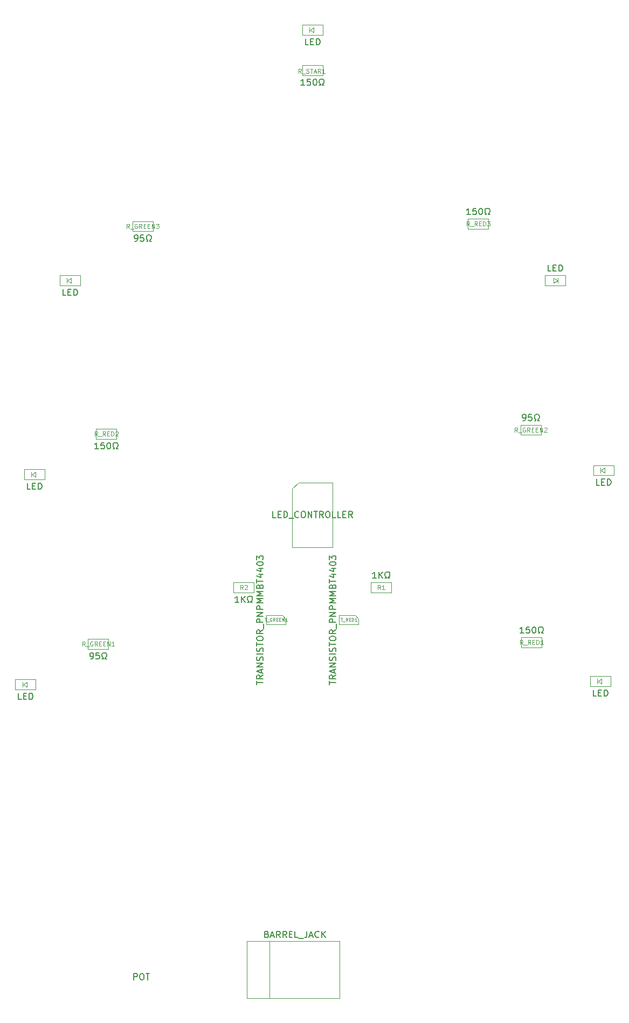
<source format=gbr>
G04 #@! TF.FileFunction,Other,Fab,Top*
%FSLAX46Y46*%
G04 Gerber Fmt 4.6, Leading zero omitted, Abs format (unit mm)*
G04 Created by KiCad (PCBNEW 4.0.6) date Monday, November 13, 2017 'PMt' 07:08:10 PM*
%MOMM*%
%LPD*%
G01*
G04 APERTURE LIST*
%ADD10C,0.100000*%
%ADD11C,0.150000*%
%ADD12C,0.105000*%
%ADD13C,0.075000*%
G04 APERTURE END LIST*
D10*
X49765000Y-128270000D02*
X50365000Y-127870000D01*
X50365000Y-127870000D02*
X50365000Y-128670000D01*
X50365000Y-128670000D02*
X49765000Y-128270000D01*
X49715000Y-127870000D02*
X49715000Y-128670000D01*
X48565000Y-129070000D02*
X48565000Y-127470000D01*
X51765000Y-129070000D02*
X48565000Y-129070000D01*
X51765000Y-127470000D02*
X51765000Y-129070000D01*
X48565000Y-127470000D02*
X51765000Y-127470000D01*
X140570000Y-94615000D02*
X141170000Y-94215000D01*
X141170000Y-94215000D02*
X141170000Y-95015000D01*
X141170000Y-95015000D02*
X140570000Y-94615000D01*
X140520000Y-94215000D02*
X140520000Y-95015000D01*
X139370000Y-95415000D02*
X139370000Y-93815000D01*
X142570000Y-95415000D02*
X139370000Y-95415000D01*
X142570000Y-93815000D02*
X142570000Y-95415000D01*
X139370000Y-93815000D02*
X142570000Y-93815000D01*
X56750000Y-64770000D02*
X57350000Y-64370000D01*
X57350000Y-64370000D02*
X57350000Y-65170000D01*
X57350000Y-65170000D02*
X56750000Y-64770000D01*
X56700000Y-64370000D02*
X56700000Y-65170000D01*
X55550000Y-65570000D02*
X55550000Y-63970000D01*
X58750000Y-65570000D02*
X55550000Y-65570000D01*
X58750000Y-63970000D02*
X58750000Y-65570000D01*
X55550000Y-63970000D02*
X58750000Y-63970000D01*
X93075000Y-96520000D02*
X98425000Y-96520000D01*
X98425000Y-96520000D02*
X98425000Y-106680000D01*
X98425000Y-106680000D02*
X92075000Y-106680000D01*
X92075000Y-106680000D02*
X92075000Y-97520000D01*
X92075000Y-97520000D02*
X93075000Y-96520000D01*
X140062000Y-127762000D02*
X140662000Y-127362000D01*
X140662000Y-127362000D02*
X140662000Y-128162000D01*
X140662000Y-128162000D02*
X140062000Y-127762000D01*
X140012000Y-127362000D02*
X140012000Y-128162000D01*
X138862000Y-128562000D02*
X138862000Y-126962000D01*
X142062000Y-128562000D02*
X138862000Y-128562000D01*
X142062000Y-126962000D02*
X142062000Y-128562000D01*
X138862000Y-126962000D02*
X142062000Y-126962000D01*
X51162000Y-95250000D02*
X51762000Y-94850000D01*
X51762000Y-94850000D02*
X51762000Y-95650000D01*
X51762000Y-95650000D02*
X51162000Y-95250000D01*
X51112000Y-94850000D02*
X51112000Y-95650000D01*
X49962000Y-96050000D02*
X49962000Y-94450000D01*
X53162000Y-96050000D02*
X49962000Y-96050000D01*
X53162000Y-94450000D02*
X53162000Y-96050000D01*
X49962000Y-94450000D02*
X53162000Y-94450000D01*
X133750000Y-64770000D02*
X133150000Y-65170000D01*
X133150000Y-65170000D02*
X133150000Y-64370000D01*
X133150000Y-64370000D02*
X133750000Y-64770000D01*
X133800000Y-65170000D02*
X133800000Y-64370000D01*
X134950000Y-63970000D02*
X134950000Y-65570000D01*
X131750000Y-63970000D02*
X134950000Y-63970000D01*
X131750000Y-65570000D02*
X131750000Y-63970000D01*
X134950000Y-65570000D02*
X131750000Y-65570000D01*
X59995000Y-122720000D02*
X59995000Y-121120000D01*
X63195000Y-122720000D02*
X59995000Y-122720000D01*
X63195000Y-121120000D02*
X63195000Y-122720000D01*
X59995000Y-121120000D02*
X63195000Y-121120000D01*
X131140000Y-87465000D02*
X131140000Y-89065000D01*
X127940000Y-87465000D02*
X131140000Y-87465000D01*
X127940000Y-89065000D02*
X127940000Y-87465000D01*
X131140000Y-89065000D02*
X127940000Y-89065000D01*
X66980000Y-57061000D02*
X66980000Y-55461000D01*
X70180000Y-57061000D02*
X66980000Y-57061000D01*
X70180000Y-55461000D02*
X70180000Y-57061000D01*
X66980000Y-55461000D02*
X70180000Y-55461000D01*
X131267000Y-120866000D02*
X131267000Y-122466000D01*
X128067000Y-120866000D02*
X131267000Y-120866000D01*
X128067000Y-122466000D02*
X128067000Y-120866000D01*
X131267000Y-122466000D02*
X128067000Y-122466000D01*
X61265000Y-89700000D02*
X61265000Y-88100000D01*
X64465000Y-89700000D02*
X61265000Y-89700000D01*
X64465000Y-88100000D02*
X64465000Y-89700000D01*
X61265000Y-88100000D02*
X64465000Y-88100000D01*
X122885000Y-55080000D02*
X122885000Y-56680000D01*
X119685000Y-55080000D02*
X122885000Y-55080000D01*
X119685000Y-56680000D02*
X119685000Y-55080000D01*
X122885000Y-56680000D02*
X119685000Y-56680000D01*
X93650000Y-32550000D02*
X93650000Y-30950000D01*
X96850000Y-32550000D02*
X93650000Y-32550000D01*
X96850000Y-30950000D02*
X96850000Y-32550000D01*
X93650000Y-30950000D02*
X96850000Y-30950000D01*
X94850000Y-25400000D02*
X95450000Y-25000000D01*
X95450000Y-25000000D02*
X95450000Y-25800000D01*
X95450000Y-25800000D02*
X94850000Y-25400000D01*
X94800000Y-25000000D02*
X94800000Y-25800000D01*
X93650000Y-26200000D02*
X93650000Y-24600000D01*
X96850000Y-26200000D02*
X93650000Y-26200000D01*
X96850000Y-24600000D02*
X96850000Y-26200000D01*
X93650000Y-24600000D02*
X96850000Y-24600000D01*
X88479000Y-168601000D02*
X88479000Y-177601000D01*
X84979000Y-168601000D02*
X84979000Y-177601000D01*
X84979000Y-177601000D02*
X99479000Y-177601000D01*
X99479000Y-177601000D02*
X99479000Y-168601000D01*
X99479000Y-168601000D02*
X84979000Y-168601000D01*
X107645000Y-112230000D02*
X107645000Y-113830000D01*
X104445000Y-112230000D02*
X107645000Y-112230000D01*
X104445000Y-113830000D02*
X104445000Y-112230000D01*
X107645000Y-113830000D02*
X104445000Y-113830000D01*
X82855000Y-113830000D02*
X82855000Y-112230000D01*
X86055000Y-113830000D02*
X82855000Y-113830000D01*
X86055000Y-112230000D02*
X86055000Y-113830000D01*
X82855000Y-112230000D02*
X86055000Y-112230000D01*
X90485000Y-117410000D02*
X88035000Y-117410000D01*
X91055000Y-117960000D02*
X91055000Y-118810000D01*
X90485000Y-117410000D02*
X91055000Y-117960000D01*
X91055000Y-118810000D02*
X88015000Y-118810000D01*
X88015000Y-117410000D02*
X88015000Y-118810000D01*
X101915000Y-117410000D02*
X99465000Y-117410000D01*
X102485000Y-117960000D02*
X102485000Y-118810000D01*
X101915000Y-117410000D02*
X102485000Y-117960000D01*
X102485000Y-118810000D02*
X99445000Y-118810000D01*
X99445000Y-117410000D02*
X99445000Y-118810000D01*
D11*
X49522143Y-130622381D02*
X49045952Y-130622381D01*
X49045952Y-129622381D01*
X49855476Y-130098571D02*
X50188810Y-130098571D01*
X50331667Y-130622381D02*
X49855476Y-130622381D01*
X49855476Y-129622381D01*
X50331667Y-129622381D01*
X50760238Y-130622381D02*
X50760238Y-129622381D01*
X50998333Y-129622381D01*
X51141191Y-129670000D01*
X51236429Y-129765238D01*
X51284048Y-129860476D01*
X51331667Y-130050952D01*
X51331667Y-130193810D01*
X51284048Y-130384286D01*
X51236429Y-130479524D01*
X51141191Y-130574762D01*
X50998333Y-130622381D01*
X50760238Y-130622381D01*
X140327143Y-96967381D02*
X139850952Y-96967381D01*
X139850952Y-95967381D01*
X140660476Y-96443571D02*
X140993810Y-96443571D01*
X141136667Y-96967381D02*
X140660476Y-96967381D01*
X140660476Y-95967381D01*
X141136667Y-95967381D01*
X141565238Y-96967381D02*
X141565238Y-95967381D01*
X141803333Y-95967381D01*
X141946191Y-96015000D01*
X142041429Y-96110238D01*
X142089048Y-96205476D01*
X142136667Y-96395952D01*
X142136667Y-96538810D01*
X142089048Y-96729286D01*
X142041429Y-96824524D01*
X141946191Y-96919762D01*
X141803333Y-96967381D01*
X141565238Y-96967381D01*
X56507143Y-67122381D02*
X56030952Y-67122381D01*
X56030952Y-66122381D01*
X56840476Y-66598571D02*
X57173810Y-66598571D01*
X57316667Y-67122381D02*
X56840476Y-67122381D01*
X56840476Y-66122381D01*
X57316667Y-66122381D01*
X57745238Y-67122381D02*
X57745238Y-66122381D01*
X57983333Y-66122381D01*
X58126191Y-66170000D01*
X58221429Y-66265238D01*
X58269048Y-66360476D01*
X58316667Y-66550952D01*
X58316667Y-66693810D01*
X58269048Y-66884286D01*
X58221429Y-66979524D01*
X58126191Y-67074762D01*
X57983333Y-67122381D01*
X57745238Y-67122381D01*
X89511905Y-102052381D02*
X89035714Y-102052381D01*
X89035714Y-101052381D01*
X89845238Y-101528571D02*
X90178572Y-101528571D01*
X90321429Y-102052381D02*
X89845238Y-102052381D01*
X89845238Y-101052381D01*
X90321429Y-101052381D01*
X90750000Y-102052381D02*
X90750000Y-101052381D01*
X90988095Y-101052381D01*
X91130953Y-101100000D01*
X91226191Y-101195238D01*
X91273810Y-101290476D01*
X91321429Y-101480952D01*
X91321429Y-101623810D01*
X91273810Y-101814286D01*
X91226191Y-101909524D01*
X91130953Y-102004762D01*
X90988095Y-102052381D01*
X90750000Y-102052381D01*
X91511905Y-102147619D02*
X92273810Y-102147619D01*
X93083334Y-101957143D02*
X93035715Y-102004762D01*
X92892858Y-102052381D01*
X92797620Y-102052381D01*
X92654762Y-102004762D01*
X92559524Y-101909524D01*
X92511905Y-101814286D01*
X92464286Y-101623810D01*
X92464286Y-101480952D01*
X92511905Y-101290476D01*
X92559524Y-101195238D01*
X92654762Y-101100000D01*
X92797620Y-101052381D01*
X92892858Y-101052381D01*
X93035715Y-101100000D01*
X93083334Y-101147619D01*
X93702381Y-101052381D02*
X93892858Y-101052381D01*
X93988096Y-101100000D01*
X94083334Y-101195238D01*
X94130953Y-101385714D01*
X94130953Y-101719048D01*
X94083334Y-101909524D01*
X93988096Y-102004762D01*
X93892858Y-102052381D01*
X93702381Y-102052381D01*
X93607143Y-102004762D01*
X93511905Y-101909524D01*
X93464286Y-101719048D01*
X93464286Y-101385714D01*
X93511905Y-101195238D01*
X93607143Y-101100000D01*
X93702381Y-101052381D01*
X94559524Y-102052381D02*
X94559524Y-101052381D01*
X95130953Y-102052381D01*
X95130953Y-101052381D01*
X95464286Y-101052381D02*
X96035715Y-101052381D01*
X95750000Y-102052381D02*
X95750000Y-101052381D01*
X96940477Y-102052381D02*
X96607143Y-101576190D01*
X96369048Y-102052381D02*
X96369048Y-101052381D01*
X96750001Y-101052381D01*
X96845239Y-101100000D01*
X96892858Y-101147619D01*
X96940477Y-101242857D01*
X96940477Y-101385714D01*
X96892858Y-101480952D01*
X96845239Y-101528571D01*
X96750001Y-101576190D01*
X96369048Y-101576190D01*
X97559524Y-101052381D02*
X97750001Y-101052381D01*
X97845239Y-101100000D01*
X97940477Y-101195238D01*
X97988096Y-101385714D01*
X97988096Y-101719048D01*
X97940477Y-101909524D01*
X97845239Y-102004762D01*
X97750001Y-102052381D01*
X97559524Y-102052381D01*
X97464286Y-102004762D01*
X97369048Y-101909524D01*
X97321429Y-101719048D01*
X97321429Y-101385714D01*
X97369048Y-101195238D01*
X97464286Y-101100000D01*
X97559524Y-101052381D01*
X98892858Y-102052381D02*
X98416667Y-102052381D01*
X98416667Y-101052381D01*
X99702382Y-102052381D02*
X99226191Y-102052381D01*
X99226191Y-101052381D01*
X100035715Y-101528571D02*
X100369049Y-101528571D01*
X100511906Y-102052381D02*
X100035715Y-102052381D01*
X100035715Y-101052381D01*
X100511906Y-101052381D01*
X101511906Y-102052381D02*
X101178572Y-101576190D01*
X100940477Y-102052381D02*
X100940477Y-101052381D01*
X101321430Y-101052381D01*
X101416668Y-101100000D01*
X101464287Y-101147619D01*
X101511906Y-101242857D01*
X101511906Y-101385714D01*
X101464287Y-101480952D01*
X101416668Y-101528571D01*
X101321430Y-101576190D01*
X100940477Y-101576190D01*
X139819143Y-130114381D02*
X139342952Y-130114381D01*
X139342952Y-129114381D01*
X140152476Y-129590571D02*
X140485810Y-129590571D01*
X140628667Y-130114381D02*
X140152476Y-130114381D01*
X140152476Y-129114381D01*
X140628667Y-129114381D01*
X141057238Y-130114381D02*
X141057238Y-129114381D01*
X141295333Y-129114381D01*
X141438191Y-129162000D01*
X141533429Y-129257238D01*
X141581048Y-129352476D01*
X141628667Y-129542952D01*
X141628667Y-129685810D01*
X141581048Y-129876286D01*
X141533429Y-129971524D01*
X141438191Y-130066762D01*
X141295333Y-130114381D01*
X141057238Y-130114381D01*
X50919143Y-97602381D02*
X50442952Y-97602381D01*
X50442952Y-96602381D01*
X51252476Y-97078571D02*
X51585810Y-97078571D01*
X51728667Y-97602381D02*
X51252476Y-97602381D01*
X51252476Y-96602381D01*
X51728667Y-96602381D01*
X52157238Y-97602381D02*
X52157238Y-96602381D01*
X52395333Y-96602381D01*
X52538191Y-96650000D01*
X52633429Y-96745238D01*
X52681048Y-96840476D01*
X52728667Y-97030952D01*
X52728667Y-97173810D01*
X52681048Y-97364286D01*
X52633429Y-97459524D01*
X52538191Y-97554762D01*
X52395333Y-97602381D01*
X52157238Y-97602381D01*
X132707143Y-63322381D02*
X132230952Y-63322381D01*
X132230952Y-62322381D01*
X133040476Y-62798571D02*
X133373810Y-62798571D01*
X133516667Y-63322381D02*
X133040476Y-63322381D01*
X133040476Y-62322381D01*
X133516667Y-62322381D01*
X133945238Y-63322381D02*
X133945238Y-62322381D01*
X134183333Y-62322381D01*
X134326191Y-62370000D01*
X134421429Y-62465238D01*
X134469048Y-62560476D01*
X134516667Y-62750952D01*
X134516667Y-62893810D01*
X134469048Y-63084286D01*
X134421429Y-63179524D01*
X134326191Y-63274762D01*
X134183333Y-63322381D01*
X133945238Y-63322381D01*
X60356905Y-124272381D02*
X60547381Y-124272381D01*
X60642620Y-124224762D01*
X60690239Y-124177143D01*
X60785477Y-124034286D01*
X60833096Y-123843810D01*
X60833096Y-123462857D01*
X60785477Y-123367619D01*
X60737858Y-123320000D01*
X60642620Y-123272381D01*
X60452143Y-123272381D01*
X60356905Y-123320000D01*
X60309286Y-123367619D01*
X60261667Y-123462857D01*
X60261667Y-123700952D01*
X60309286Y-123796190D01*
X60356905Y-123843810D01*
X60452143Y-123891429D01*
X60642620Y-123891429D01*
X60737858Y-123843810D01*
X60785477Y-123796190D01*
X60833096Y-123700952D01*
X61737858Y-123272381D02*
X61261667Y-123272381D01*
X61214048Y-123748571D01*
X61261667Y-123700952D01*
X61356905Y-123653333D01*
X61595001Y-123653333D01*
X61690239Y-123700952D01*
X61737858Y-123748571D01*
X61785477Y-123843810D01*
X61785477Y-124081905D01*
X61737858Y-124177143D01*
X61690239Y-124224762D01*
X61595001Y-124272381D01*
X61356905Y-124272381D01*
X61261667Y-124224762D01*
X61214048Y-124177143D01*
X62166429Y-124272381D02*
X62404524Y-124272381D01*
X62404524Y-124081905D01*
X62309286Y-124034286D01*
X62214048Y-123939048D01*
X62166429Y-123796190D01*
X62166429Y-123558095D01*
X62214048Y-123415238D01*
X62309286Y-123320000D01*
X62452143Y-123272381D01*
X62642620Y-123272381D01*
X62785477Y-123320000D01*
X62880715Y-123415238D01*
X62928334Y-123558095D01*
X62928334Y-123796190D01*
X62880715Y-123939048D01*
X62785477Y-124034286D01*
X62690239Y-124081905D01*
X62690239Y-124272381D01*
X62928334Y-124272381D01*
D12*
X59511668Y-122236667D02*
X59278334Y-121903333D01*
X59111668Y-122236667D02*
X59111668Y-121536667D01*
X59378334Y-121536667D01*
X59445001Y-121570000D01*
X59478334Y-121603333D01*
X59511668Y-121670000D01*
X59511668Y-121770000D01*
X59478334Y-121836667D01*
X59445001Y-121870000D01*
X59378334Y-121903333D01*
X59111668Y-121903333D01*
X59645001Y-122303333D02*
X60178334Y-122303333D01*
X60711667Y-121570000D02*
X60645001Y-121536667D01*
X60545001Y-121536667D01*
X60445001Y-121570000D01*
X60378334Y-121636667D01*
X60345001Y-121703333D01*
X60311667Y-121836667D01*
X60311667Y-121936667D01*
X60345001Y-122070000D01*
X60378334Y-122136667D01*
X60445001Y-122203333D01*
X60545001Y-122236667D01*
X60611667Y-122236667D01*
X60711667Y-122203333D01*
X60745001Y-122170000D01*
X60745001Y-121936667D01*
X60611667Y-121936667D01*
X61445001Y-122236667D02*
X61211667Y-121903333D01*
X61045001Y-122236667D02*
X61045001Y-121536667D01*
X61311667Y-121536667D01*
X61378334Y-121570000D01*
X61411667Y-121603333D01*
X61445001Y-121670000D01*
X61445001Y-121770000D01*
X61411667Y-121836667D01*
X61378334Y-121870000D01*
X61311667Y-121903333D01*
X61045001Y-121903333D01*
X61745001Y-121870000D02*
X61978334Y-121870000D01*
X62078334Y-122236667D02*
X61745001Y-122236667D01*
X61745001Y-121536667D01*
X62078334Y-121536667D01*
X62378334Y-121870000D02*
X62611667Y-121870000D01*
X62711667Y-122236667D02*
X62378334Y-122236667D01*
X62378334Y-121536667D01*
X62711667Y-121536667D01*
X63011667Y-122236667D02*
X63011667Y-121536667D01*
X63411667Y-122236667D01*
X63411667Y-121536667D01*
X64111666Y-122236667D02*
X63711666Y-122236667D01*
X63911666Y-122236667D02*
X63911666Y-121536667D01*
X63845000Y-121636667D01*
X63778333Y-121703333D01*
X63711666Y-121736667D01*
D11*
X128301905Y-86817381D02*
X128492381Y-86817381D01*
X128587620Y-86769762D01*
X128635239Y-86722143D01*
X128730477Y-86579286D01*
X128778096Y-86388810D01*
X128778096Y-86007857D01*
X128730477Y-85912619D01*
X128682858Y-85865000D01*
X128587620Y-85817381D01*
X128397143Y-85817381D01*
X128301905Y-85865000D01*
X128254286Y-85912619D01*
X128206667Y-86007857D01*
X128206667Y-86245952D01*
X128254286Y-86341190D01*
X128301905Y-86388810D01*
X128397143Y-86436429D01*
X128587620Y-86436429D01*
X128682858Y-86388810D01*
X128730477Y-86341190D01*
X128778096Y-86245952D01*
X129682858Y-85817381D02*
X129206667Y-85817381D01*
X129159048Y-86293571D01*
X129206667Y-86245952D01*
X129301905Y-86198333D01*
X129540001Y-86198333D01*
X129635239Y-86245952D01*
X129682858Y-86293571D01*
X129730477Y-86388810D01*
X129730477Y-86626905D01*
X129682858Y-86722143D01*
X129635239Y-86769762D01*
X129540001Y-86817381D01*
X129301905Y-86817381D01*
X129206667Y-86769762D01*
X129159048Y-86722143D01*
X130111429Y-86817381D02*
X130349524Y-86817381D01*
X130349524Y-86626905D01*
X130254286Y-86579286D01*
X130159048Y-86484048D01*
X130111429Y-86341190D01*
X130111429Y-86103095D01*
X130159048Y-85960238D01*
X130254286Y-85865000D01*
X130397143Y-85817381D01*
X130587620Y-85817381D01*
X130730477Y-85865000D01*
X130825715Y-85960238D01*
X130873334Y-86103095D01*
X130873334Y-86341190D01*
X130825715Y-86484048D01*
X130730477Y-86579286D01*
X130635239Y-86626905D01*
X130635239Y-86817381D01*
X130873334Y-86817381D01*
D12*
X127456668Y-88581667D02*
X127223334Y-88248333D01*
X127056668Y-88581667D02*
X127056668Y-87881667D01*
X127323334Y-87881667D01*
X127390001Y-87915000D01*
X127423334Y-87948333D01*
X127456668Y-88015000D01*
X127456668Y-88115000D01*
X127423334Y-88181667D01*
X127390001Y-88215000D01*
X127323334Y-88248333D01*
X127056668Y-88248333D01*
X127590001Y-88648333D02*
X128123334Y-88648333D01*
X128656667Y-87915000D02*
X128590001Y-87881667D01*
X128490001Y-87881667D01*
X128390001Y-87915000D01*
X128323334Y-87981667D01*
X128290001Y-88048333D01*
X128256667Y-88181667D01*
X128256667Y-88281667D01*
X128290001Y-88415000D01*
X128323334Y-88481667D01*
X128390001Y-88548333D01*
X128490001Y-88581667D01*
X128556667Y-88581667D01*
X128656667Y-88548333D01*
X128690001Y-88515000D01*
X128690001Y-88281667D01*
X128556667Y-88281667D01*
X129390001Y-88581667D02*
X129156667Y-88248333D01*
X128990001Y-88581667D02*
X128990001Y-87881667D01*
X129256667Y-87881667D01*
X129323334Y-87915000D01*
X129356667Y-87948333D01*
X129390001Y-88015000D01*
X129390001Y-88115000D01*
X129356667Y-88181667D01*
X129323334Y-88215000D01*
X129256667Y-88248333D01*
X128990001Y-88248333D01*
X129690001Y-88215000D02*
X129923334Y-88215000D01*
X130023334Y-88581667D02*
X129690001Y-88581667D01*
X129690001Y-87881667D01*
X130023334Y-87881667D01*
X130323334Y-88215000D02*
X130556667Y-88215000D01*
X130656667Y-88581667D02*
X130323334Y-88581667D01*
X130323334Y-87881667D01*
X130656667Y-87881667D01*
X130956667Y-88581667D02*
X130956667Y-87881667D01*
X131356667Y-88581667D01*
X131356667Y-87881667D01*
X131656666Y-87948333D02*
X131690000Y-87915000D01*
X131756666Y-87881667D01*
X131923333Y-87881667D01*
X131990000Y-87915000D01*
X132023333Y-87948333D01*
X132056666Y-88015000D01*
X132056666Y-88081667D01*
X132023333Y-88181667D01*
X131623333Y-88581667D01*
X132056666Y-88581667D01*
D11*
X67341905Y-58613381D02*
X67532381Y-58613381D01*
X67627620Y-58565762D01*
X67675239Y-58518143D01*
X67770477Y-58375286D01*
X67818096Y-58184810D01*
X67818096Y-57803857D01*
X67770477Y-57708619D01*
X67722858Y-57661000D01*
X67627620Y-57613381D01*
X67437143Y-57613381D01*
X67341905Y-57661000D01*
X67294286Y-57708619D01*
X67246667Y-57803857D01*
X67246667Y-58041952D01*
X67294286Y-58137190D01*
X67341905Y-58184810D01*
X67437143Y-58232429D01*
X67627620Y-58232429D01*
X67722858Y-58184810D01*
X67770477Y-58137190D01*
X67818096Y-58041952D01*
X68722858Y-57613381D02*
X68246667Y-57613381D01*
X68199048Y-58089571D01*
X68246667Y-58041952D01*
X68341905Y-57994333D01*
X68580001Y-57994333D01*
X68675239Y-58041952D01*
X68722858Y-58089571D01*
X68770477Y-58184810D01*
X68770477Y-58422905D01*
X68722858Y-58518143D01*
X68675239Y-58565762D01*
X68580001Y-58613381D01*
X68341905Y-58613381D01*
X68246667Y-58565762D01*
X68199048Y-58518143D01*
X69151429Y-58613381D02*
X69389524Y-58613381D01*
X69389524Y-58422905D01*
X69294286Y-58375286D01*
X69199048Y-58280048D01*
X69151429Y-58137190D01*
X69151429Y-57899095D01*
X69199048Y-57756238D01*
X69294286Y-57661000D01*
X69437143Y-57613381D01*
X69627620Y-57613381D01*
X69770477Y-57661000D01*
X69865715Y-57756238D01*
X69913334Y-57899095D01*
X69913334Y-58137190D01*
X69865715Y-58280048D01*
X69770477Y-58375286D01*
X69675239Y-58422905D01*
X69675239Y-58613381D01*
X69913334Y-58613381D01*
D12*
X66496668Y-56577667D02*
X66263334Y-56244333D01*
X66096668Y-56577667D02*
X66096668Y-55877667D01*
X66363334Y-55877667D01*
X66430001Y-55911000D01*
X66463334Y-55944333D01*
X66496668Y-56011000D01*
X66496668Y-56111000D01*
X66463334Y-56177667D01*
X66430001Y-56211000D01*
X66363334Y-56244333D01*
X66096668Y-56244333D01*
X66630001Y-56644333D02*
X67163334Y-56644333D01*
X67696667Y-55911000D02*
X67630001Y-55877667D01*
X67530001Y-55877667D01*
X67430001Y-55911000D01*
X67363334Y-55977667D01*
X67330001Y-56044333D01*
X67296667Y-56177667D01*
X67296667Y-56277667D01*
X67330001Y-56411000D01*
X67363334Y-56477667D01*
X67430001Y-56544333D01*
X67530001Y-56577667D01*
X67596667Y-56577667D01*
X67696667Y-56544333D01*
X67730001Y-56511000D01*
X67730001Y-56277667D01*
X67596667Y-56277667D01*
X68430001Y-56577667D02*
X68196667Y-56244333D01*
X68030001Y-56577667D02*
X68030001Y-55877667D01*
X68296667Y-55877667D01*
X68363334Y-55911000D01*
X68396667Y-55944333D01*
X68430001Y-56011000D01*
X68430001Y-56111000D01*
X68396667Y-56177667D01*
X68363334Y-56211000D01*
X68296667Y-56244333D01*
X68030001Y-56244333D01*
X68730001Y-56211000D02*
X68963334Y-56211000D01*
X69063334Y-56577667D02*
X68730001Y-56577667D01*
X68730001Y-55877667D01*
X69063334Y-55877667D01*
X69363334Y-56211000D02*
X69596667Y-56211000D01*
X69696667Y-56577667D02*
X69363334Y-56577667D01*
X69363334Y-55877667D01*
X69696667Y-55877667D01*
X69996667Y-56577667D02*
X69996667Y-55877667D01*
X70396667Y-56577667D01*
X70396667Y-55877667D01*
X70663333Y-55877667D02*
X71096666Y-55877667D01*
X70863333Y-56144333D01*
X70963333Y-56144333D01*
X71030000Y-56177667D01*
X71063333Y-56211000D01*
X71096666Y-56277667D01*
X71096666Y-56444333D01*
X71063333Y-56511000D01*
X71030000Y-56544333D01*
X70963333Y-56577667D01*
X70763333Y-56577667D01*
X70696666Y-56544333D01*
X70663333Y-56511000D01*
D11*
X128428905Y-120218381D02*
X127857476Y-120218381D01*
X128143190Y-120218381D02*
X128143190Y-119218381D01*
X128047952Y-119361238D01*
X127952714Y-119456476D01*
X127857476Y-119504095D01*
X129333667Y-119218381D02*
X128857476Y-119218381D01*
X128809857Y-119694571D01*
X128857476Y-119646952D01*
X128952714Y-119599333D01*
X129190810Y-119599333D01*
X129286048Y-119646952D01*
X129333667Y-119694571D01*
X129381286Y-119789810D01*
X129381286Y-120027905D01*
X129333667Y-120123143D01*
X129286048Y-120170762D01*
X129190810Y-120218381D01*
X128952714Y-120218381D01*
X128857476Y-120170762D01*
X128809857Y-120123143D01*
X130000333Y-119218381D02*
X130095572Y-119218381D01*
X130190810Y-119266000D01*
X130238429Y-119313619D01*
X130286048Y-119408857D01*
X130333667Y-119599333D01*
X130333667Y-119837429D01*
X130286048Y-120027905D01*
X130238429Y-120123143D01*
X130190810Y-120170762D01*
X130095572Y-120218381D01*
X130000333Y-120218381D01*
X129905095Y-120170762D01*
X129857476Y-120123143D01*
X129809857Y-120027905D01*
X129762238Y-119837429D01*
X129762238Y-119599333D01*
X129809857Y-119408857D01*
X129857476Y-119313619D01*
X129905095Y-119266000D01*
X130000333Y-119218381D01*
X130714619Y-120218381D02*
X130952714Y-120218381D01*
X130952714Y-120027905D01*
X130857476Y-119980286D01*
X130762238Y-119885048D01*
X130714619Y-119742190D01*
X130714619Y-119504095D01*
X130762238Y-119361238D01*
X130857476Y-119266000D01*
X131000333Y-119218381D01*
X131190810Y-119218381D01*
X131333667Y-119266000D01*
X131428905Y-119361238D01*
X131476524Y-119504095D01*
X131476524Y-119742190D01*
X131428905Y-119885048D01*
X131333667Y-119980286D01*
X131238429Y-120027905D01*
X131238429Y-120218381D01*
X131476524Y-120218381D01*
D12*
X128267001Y-121982667D02*
X128033667Y-121649333D01*
X127867001Y-121982667D02*
X127867001Y-121282667D01*
X128133667Y-121282667D01*
X128200334Y-121316000D01*
X128233667Y-121349333D01*
X128267001Y-121416000D01*
X128267001Y-121516000D01*
X128233667Y-121582667D01*
X128200334Y-121616000D01*
X128133667Y-121649333D01*
X127867001Y-121649333D01*
X128400334Y-122049333D02*
X128933667Y-122049333D01*
X129500334Y-121982667D02*
X129267000Y-121649333D01*
X129100334Y-121982667D02*
X129100334Y-121282667D01*
X129367000Y-121282667D01*
X129433667Y-121316000D01*
X129467000Y-121349333D01*
X129500334Y-121416000D01*
X129500334Y-121516000D01*
X129467000Y-121582667D01*
X129433667Y-121616000D01*
X129367000Y-121649333D01*
X129100334Y-121649333D01*
X129800334Y-121616000D02*
X130033667Y-121616000D01*
X130133667Y-121982667D02*
X129800334Y-121982667D01*
X129800334Y-121282667D01*
X130133667Y-121282667D01*
X130433667Y-121982667D02*
X130433667Y-121282667D01*
X130600333Y-121282667D01*
X130700333Y-121316000D01*
X130767000Y-121382667D01*
X130800333Y-121449333D01*
X130833667Y-121582667D01*
X130833667Y-121682667D01*
X130800333Y-121816000D01*
X130767000Y-121882667D01*
X130700333Y-121949333D01*
X130600333Y-121982667D01*
X130433667Y-121982667D01*
X131500333Y-121982667D02*
X131100333Y-121982667D01*
X131300333Y-121982667D02*
X131300333Y-121282667D01*
X131233667Y-121382667D01*
X131167000Y-121449333D01*
X131100333Y-121482667D01*
D11*
X61626905Y-91252381D02*
X61055476Y-91252381D01*
X61341190Y-91252381D02*
X61341190Y-90252381D01*
X61245952Y-90395238D01*
X61150714Y-90490476D01*
X61055476Y-90538095D01*
X62531667Y-90252381D02*
X62055476Y-90252381D01*
X62007857Y-90728571D01*
X62055476Y-90680952D01*
X62150714Y-90633333D01*
X62388810Y-90633333D01*
X62484048Y-90680952D01*
X62531667Y-90728571D01*
X62579286Y-90823810D01*
X62579286Y-91061905D01*
X62531667Y-91157143D01*
X62484048Y-91204762D01*
X62388810Y-91252381D01*
X62150714Y-91252381D01*
X62055476Y-91204762D01*
X62007857Y-91157143D01*
X63198333Y-90252381D02*
X63293572Y-90252381D01*
X63388810Y-90300000D01*
X63436429Y-90347619D01*
X63484048Y-90442857D01*
X63531667Y-90633333D01*
X63531667Y-90871429D01*
X63484048Y-91061905D01*
X63436429Y-91157143D01*
X63388810Y-91204762D01*
X63293572Y-91252381D01*
X63198333Y-91252381D01*
X63103095Y-91204762D01*
X63055476Y-91157143D01*
X63007857Y-91061905D01*
X62960238Y-90871429D01*
X62960238Y-90633333D01*
X63007857Y-90442857D01*
X63055476Y-90347619D01*
X63103095Y-90300000D01*
X63198333Y-90252381D01*
X63912619Y-91252381D02*
X64150714Y-91252381D01*
X64150714Y-91061905D01*
X64055476Y-91014286D01*
X63960238Y-90919048D01*
X63912619Y-90776190D01*
X63912619Y-90538095D01*
X63960238Y-90395238D01*
X64055476Y-90300000D01*
X64198333Y-90252381D01*
X64388810Y-90252381D01*
X64531667Y-90300000D01*
X64626905Y-90395238D01*
X64674524Y-90538095D01*
X64674524Y-90776190D01*
X64626905Y-90919048D01*
X64531667Y-91014286D01*
X64436429Y-91061905D01*
X64436429Y-91252381D01*
X64674524Y-91252381D01*
D12*
X61465001Y-89216667D02*
X61231667Y-88883333D01*
X61065001Y-89216667D02*
X61065001Y-88516667D01*
X61331667Y-88516667D01*
X61398334Y-88550000D01*
X61431667Y-88583333D01*
X61465001Y-88650000D01*
X61465001Y-88750000D01*
X61431667Y-88816667D01*
X61398334Y-88850000D01*
X61331667Y-88883333D01*
X61065001Y-88883333D01*
X61598334Y-89283333D02*
X62131667Y-89283333D01*
X62698334Y-89216667D02*
X62465000Y-88883333D01*
X62298334Y-89216667D02*
X62298334Y-88516667D01*
X62565000Y-88516667D01*
X62631667Y-88550000D01*
X62665000Y-88583333D01*
X62698334Y-88650000D01*
X62698334Y-88750000D01*
X62665000Y-88816667D01*
X62631667Y-88850000D01*
X62565000Y-88883333D01*
X62298334Y-88883333D01*
X62998334Y-88850000D02*
X63231667Y-88850000D01*
X63331667Y-89216667D02*
X62998334Y-89216667D01*
X62998334Y-88516667D01*
X63331667Y-88516667D01*
X63631667Y-89216667D02*
X63631667Y-88516667D01*
X63798333Y-88516667D01*
X63898333Y-88550000D01*
X63965000Y-88616667D01*
X63998333Y-88683333D01*
X64031667Y-88816667D01*
X64031667Y-88916667D01*
X63998333Y-89050000D01*
X63965000Y-89116667D01*
X63898333Y-89183333D01*
X63798333Y-89216667D01*
X63631667Y-89216667D01*
X64298333Y-88583333D02*
X64331667Y-88550000D01*
X64398333Y-88516667D01*
X64565000Y-88516667D01*
X64631667Y-88550000D01*
X64665000Y-88583333D01*
X64698333Y-88650000D01*
X64698333Y-88716667D01*
X64665000Y-88816667D01*
X64265000Y-89216667D01*
X64698333Y-89216667D01*
D11*
X120046905Y-54432381D02*
X119475476Y-54432381D01*
X119761190Y-54432381D02*
X119761190Y-53432381D01*
X119665952Y-53575238D01*
X119570714Y-53670476D01*
X119475476Y-53718095D01*
X120951667Y-53432381D02*
X120475476Y-53432381D01*
X120427857Y-53908571D01*
X120475476Y-53860952D01*
X120570714Y-53813333D01*
X120808810Y-53813333D01*
X120904048Y-53860952D01*
X120951667Y-53908571D01*
X120999286Y-54003810D01*
X120999286Y-54241905D01*
X120951667Y-54337143D01*
X120904048Y-54384762D01*
X120808810Y-54432381D01*
X120570714Y-54432381D01*
X120475476Y-54384762D01*
X120427857Y-54337143D01*
X121618333Y-53432381D02*
X121713572Y-53432381D01*
X121808810Y-53480000D01*
X121856429Y-53527619D01*
X121904048Y-53622857D01*
X121951667Y-53813333D01*
X121951667Y-54051429D01*
X121904048Y-54241905D01*
X121856429Y-54337143D01*
X121808810Y-54384762D01*
X121713572Y-54432381D01*
X121618333Y-54432381D01*
X121523095Y-54384762D01*
X121475476Y-54337143D01*
X121427857Y-54241905D01*
X121380238Y-54051429D01*
X121380238Y-53813333D01*
X121427857Y-53622857D01*
X121475476Y-53527619D01*
X121523095Y-53480000D01*
X121618333Y-53432381D01*
X122332619Y-54432381D02*
X122570714Y-54432381D01*
X122570714Y-54241905D01*
X122475476Y-54194286D01*
X122380238Y-54099048D01*
X122332619Y-53956190D01*
X122332619Y-53718095D01*
X122380238Y-53575238D01*
X122475476Y-53480000D01*
X122618333Y-53432381D01*
X122808810Y-53432381D01*
X122951667Y-53480000D01*
X123046905Y-53575238D01*
X123094524Y-53718095D01*
X123094524Y-53956190D01*
X123046905Y-54099048D01*
X122951667Y-54194286D01*
X122856429Y-54241905D01*
X122856429Y-54432381D01*
X123094524Y-54432381D01*
D12*
X119885001Y-56196667D02*
X119651667Y-55863333D01*
X119485001Y-56196667D02*
X119485001Y-55496667D01*
X119751667Y-55496667D01*
X119818334Y-55530000D01*
X119851667Y-55563333D01*
X119885001Y-55630000D01*
X119885001Y-55730000D01*
X119851667Y-55796667D01*
X119818334Y-55830000D01*
X119751667Y-55863333D01*
X119485001Y-55863333D01*
X120018334Y-56263333D02*
X120551667Y-56263333D01*
X121118334Y-56196667D02*
X120885000Y-55863333D01*
X120718334Y-56196667D02*
X120718334Y-55496667D01*
X120985000Y-55496667D01*
X121051667Y-55530000D01*
X121085000Y-55563333D01*
X121118334Y-55630000D01*
X121118334Y-55730000D01*
X121085000Y-55796667D01*
X121051667Y-55830000D01*
X120985000Y-55863333D01*
X120718334Y-55863333D01*
X121418334Y-55830000D02*
X121651667Y-55830000D01*
X121751667Y-56196667D02*
X121418334Y-56196667D01*
X121418334Y-55496667D01*
X121751667Y-55496667D01*
X122051667Y-56196667D02*
X122051667Y-55496667D01*
X122218333Y-55496667D01*
X122318333Y-55530000D01*
X122385000Y-55596667D01*
X122418333Y-55663333D01*
X122451667Y-55796667D01*
X122451667Y-55896667D01*
X122418333Y-56030000D01*
X122385000Y-56096667D01*
X122318333Y-56163333D01*
X122218333Y-56196667D01*
X122051667Y-56196667D01*
X122685000Y-55496667D02*
X123118333Y-55496667D01*
X122885000Y-55763333D01*
X122985000Y-55763333D01*
X123051667Y-55796667D01*
X123085000Y-55830000D01*
X123118333Y-55896667D01*
X123118333Y-56063333D01*
X123085000Y-56130000D01*
X123051667Y-56163333D01*
X122985000Y-56196667D01*
X122785000Y-56196667D01*
X122718333Y-56163333D01*
X122685000Y-56130000D01*
D11*
X94011905Y-34102381D02*
X93440476Y-34102381D01*
X93726190Y-34102381D02*
X93726190Y-33102381D01*
X93630952Y-33245238D01*
X93535714Y-33340476D01*
X93440476Y-33388095D01*
X94916667Y-33102381D02*
X94440476Y-33102381D01*
X94392857Y-33578571D01*
X94440476Y-33530952D01*
X94535714Y-33483333D01*
X94773810Y-33483333D01*
X94869048Y-33530952D01*
X94916667Y-33578571D01*
X94964286Y-33673810D01*
X94964286Y-33911905D01*
X94916667Y-34007143D01*
X94869048Y-34054762D01*
X94773810Y-34102381D01*
X94535714Y-34102381D01*
X94440476Y-34054762D01*
X94392857Y-34007143D01*
X95583333Y-33102381D02*
X95678572Y-33102381D01*
X95773810Y-33150000D01*
X95821429Y-33197619D01*
X95869048Y-33292857D01*
X95916667Y-33483333D01*
X95916667Y-33721429D01*
X95869048Y-33911905D01*
X95821429Y-34007143D01*
X95773810Y-34054762D01*
X95678572Y-34102381D01*
X95583333Y-34102381D01*
X95488095Y-34054762D01*
X95440476Y-34007143D01*
X95392857Y-33911905D01*
X95345238Y-33721429D01*
X95345238Y-33483333D01*
X95392857Y-33292857D01*
X95440476Y-33197619D01*
X95488095Y-33150000D01*
X95583333Y-33102381D01*
X96297619Y-34102381D02*
X96535714Y-34102381D01*
X96535714Y-33911905D01*
X96440476Y-33864286D01*
X96345238Y-33769048D01*
X96297619Y-33626190D01*
X96297619Y-33388095D01*
X96345238Y-33245238D01*
X96440476Y-33150000D01*
X96583333Y-33102381D01*
X96773810Y-33102381D01*
X96916667Y-33150000D01*
X97011905Y-33245238D01*
X97059524Y-33388095D01*
X97059524Y-33626190D01*
X97011905Y-33769048D01*
X96916667Y-33864286D01*
X96821429Y-33911905D01*
X96821429Y-34102381D01*
X97059524Y-34102381D01*
D12*
X93489667Y-32193667D02*
X93256333Y-31860333D01*
X93089667Y-32193667D02*
X93089667Y-31493667D01*
X93356333Y-31493667D01*
X93423000Y-31527000D01*
X93456333Y-31560333D01*
X93489667Y-31627000D01*
X93489667Y-31727000D01*
X93456333Y-31793667D01*
X93423000Y-31827000D01*
X93356333Y-31860333D01*
X93089667Y-31860333D01*
X93623000Y-32260333D02*
X94156333Y-32260333D01*
X94289666Y-32160333D02*
X94389666Y-32193667D01*
X94556333Y-32193667D01*
X94623000Y-32160333D01*
X94656333Y-32127000D01*
X94689666Y-32060333D01*
X94689666Y-31993667D01*
X94656333Y-31927000D01*
X94623000Y-31893667D01*
X94556333Y-31860333D01*
X94423000Y-31827000D01*
X94356333Y-31793667D01*
X94323000Y-31760333D01*
X94289666Y-31693667D01*
X94289666Y-31627000D01*
X94323000Y-31560333D01*
X94356333Y-31527000D01*
X94423000Y-31493667D01*
X94589666Y-31493667D01*
X94689666Y-31527000D01*
X94889667Y-31493667D02*
X95289667Y-31493667D01*
X95089667Y-32193667D02*
X95089667Y-31493667D01*
X95489666Y-31993667D02*
X95823000Y-31993667D01*
X95423000Y-32193667D02*
X95656333Y-31493667D01*
X95889666Y-32193667D01*
X96523000Y-32193667D02*
X96289666Y-31860333D01*
X96123000Y-32193667D02*
X96123000Y-31493667D01*
X96389666Y-31493667D01*
X96456333Y-31527000D01*
X96489666Y-31560333D01*
X96523000Y-31627000D01*
X96523000Y-31727000D01*
X96489666Y-31793667D01*
X96456333Y-31827000D01*
X96389666Y-31860333D01*
X96123000Y-31860333D01*
X97189666Y-32193667D02*
X96789666Y-32193667D01*
X96989666Y-32193667D02*
X96989666Y-31493667D01*
X96923000Y-31593667D01*
X96856333Y-31660333D01*
X96789666Y-31693667D01*
D11*
X67159333Y-174696381D02*
X67159333Y-173696381D01*
X67540286Y-173696381D01*
X67635524Y-173744000D01*
X67683143Y-173791619D01*
X67730762Y-173886857D01*
X67730762Y-174029714D01*
X67683143Y-174124952D01*
X67635524Y-174172571D01*
X67540286Y-174220190D01*
X67159333Y-174220190D01*
X68349809Y-173696381D02*
X68540286Y-173696381D01*
X68635524Y-173744000D01*
X68730762Y-173839238D01*
X68778381Y-174029714D01*
X68778381Y-174363048D01*
X68730762Y-174553524D01*
X68635524Y-174648762D01*
X68540286Y-174696381D01*
X68349809Y-174696381D01*
X68254571Y-174648762D01*
X68159333Y-174553524D01*
X68111714Y-174363048D01*
X68111714Y-174029714D01*
X68159333Y-173839238D01*
X68254571Y-173744000D01*
X68349809Y-173696381D01*
X69064095Y-173696381D02*
X69635524Y-173696381D01*
X69349809Y-174696381D02*
X69349809Y-173696381D01*
X94607143Y-27752381D02*
X94130952Y-27752381D01*
X94130952Y-26752381D01*
X94940476Y-27228571D02*
X95273810Y-27228571D01*
X95416667Y-27752381D02*
X94940476Y-27752381D01*
X94940476Y-26752381D01*
X95416667Y-26752381D01*
X95845238Y-27752381D02*
X95845238Y-26752381D01*
X96083333Y-26752381D01*
X96226191Y-26800000D01*
X96321429Y-26895238D01*
X96369048Y-26990476D01*
X96416667Y-27180952D01*
X96416667Y-27323810D01*
X96369048Y-27514286D01*
X96321429Y-27609524D01*
X96226191Y-27704762D01*
X96083333Y-27752381D01*
X95845238Y-27752381D01*
X88074238Y-167529571D02*
X88217095Y-167577190D01*
X88264714Y-167624810D01*
X88312333Y-167720048D01*
X88312333Y-167862905D01*
X88264714Y-167958143D01*
X88217095Y-168005762D01*
X88121857Y-168053381D01*
X87740904Y-168053381D01*
X87740904Y-167053381D01*
X88074238Y-167053381D01*
X88169476Y-167101000D01*
X88217095Y-167148619D01*
X88264714Y-167243857D01*
X88264714Y-167339095D01*
X88217095Y-167434333D01*
X88169476Y-167481952D01*
X88074238Y-167529571D01*
X87740904Y-167529571D01*
X88693285Y-167767667D02*
X89169476Y-167767667D01*
X88598047Y-168053381D02*
X88931380Y-167053381D01*
X89264714Y-168053381D01*
X90169476Y-168053381D02*
X89836142Y-167577190D01*
X89598047Y-168053381D02*
X89598047Y-167053381D01*
X89979000Y-167053381D01*
X90074238Y-167101000D01*
X90121857Y-167148619D01*
X90169476Y-167243857D01*
X90169476Y-167386714D01*
X90121857Y-167481952D01*
X90074238Y-167529571D01*
X89979000Y-167577190D01*
X89598047Y-167577190D01*
X91169476Y-168053381D02*
X90836142Y-167577190D01*
X90598047Y-168053381D02*
X90598047Y-167053381D01*
X90979000Y-167053381D01*
X91074238Y-167101000D01*
X91121857Y-167148619D01*
X91169476Y-167243857D01*
X91169476Y-167386714D01*
X91121857Y-167481952D01*
X91074238Y-167529571D01*
X90979000Y-167577190D01*
X90598047Y-167577190D01*
X91598047Y-167529571D02*
X91931381Y-167529571D01*
X92074238Y-168053381D02*
X91598047Y-168053381D01*
X91598047Y-167053381D01*
X92074238Y-167053381D01*
X92979000Y-168053381D02*
X92502809Y-168053381D01*
X92502809Y-167053381D01*
X93074238Y-168148619D02*
X93836143Y-168148619D01*
X94359953Y-167053381D02*
X94359953Y-167767667D01*
X94312333Y-167910524D01*
X94217095Y-168005762D01*
X94074238Y-168053381D01*
X93979000Y-168053381D01*
X94788524Y-167767667D02*
X95264715Y-167767667D01*
X94693286Y-168053381D02*
X95026619Y-167053381D01*
X95359953Y-168053381D01*
X96264715Y-167958143D02*
X96217096Y-168005762D01*
X96074239Y-168053381D01*
X95979001Y-168053381D01*
X95836143Y-168005762D01*
X95740905Y-167910524D01*
X95693286Y-167815286D01*
X95645667Y-167624810D01*
X95645667Y-167481952D01*
X95693286Y-167291476D01*
X95740905Y-167196238D01*
X95836143Y-167101000D01*
X95979001Y-167053381D01*
X96074239Y-167053381D01*
X96217096Y-167101000D01*
X96264715Y-167148619D01*
X96693286Y-168053381D02*
X96693286Y-167053381D01*
X97264715Y-168053381D02*
X96836143Y-167481952D01*
X97264715Y-167053381D02*
X96693286Y-167624810D01*
X105259286Y-111582381D02*
X104687857Y-111582381D01*
X104973571Y-111582381D02*
X104973571Y-110582381D01*
X104878333Y-110725238D01*
X104783095Y-110820476D01*
X104687857Y-110868095D01*
X105687857Y-111582381D02*
X105687857Y-110582381D01*
X106259286Y-111582381D02*
X105830714Y-111010952D01*
X106259286Y-110582381D02*
X105687857Y-111153810D01*
X106640238Y-111582381D02*
X106878333Y-111582381D01*
X106878333Y-111391905D01*
X106783095Y-111344286D01*
X106687857Y-111249048D01*
X106640238Y-111106190D01*
X106640238Y-110868095D01*
X106687857Y-110725238D01*
X106783095Y-110630000D01*
X106925952Y-110582381D01*
X107116429Y-110582381D01*
X107259286Y-110630000D01*
X107354524Y-110725238D01*
X107402143Y-110868095D01*
X107402143Y-111106190D01*
X107354524Y-111249048D01*
X107259286Y-111344286D01*
X107164048Y-111391905D01*
X107164048Y-111582381D01*
X107402143Y-111582381D01*
D12*
X105928334Y-113346667D02*
X105695000Y-113013333D01*
X105528334Y-113346667D02*
X105528334Y-112646667D01*
X105795000Y-112646667D01*
X105861667Y-112680000D01*
X105895000Y-112713333D01*
X105928334Y-112780000D01*
X105928334Y-112880000D01*
X105895000Y-112946667D01*
X105861667Y-112980000D01*
X105795000Y-113013333D01*
X105528334Y-113013333D01*
X106595000Y-113346667D02*
X106195000Y-113346667D01*
X106395000Y-113346667D02*
X106395000Y-112646667D01*
X106328334Y-112746667D01*
X106261667Y-112813333D01*
X106195000Y-112846667D01*
D11*
X83669286Y-115382381D02*
X83097857Y-115382381D01*
X83383571Y-115382381D02*
X83383571Y-114382381D01*
X83288333Y-114525238D01*
X83193095Y-114620476D01*
X83097857Y-114668095D01*
X84097857Y-115382381D02*
X84097857Y-114382381D01*
X84669286Y-115382381D02*
X84240714Y-114810952D01*
X84669286Y-114382381D02*
X84097857Y-114953810D01*
X85050238Y-115382381D02*
X85288333Y-115382381D01*
X85288333Y-115191905D01*
X85193095Y-115144286D01*
X85097857Y-115049048D01*
X85050238Y-114906190D01*
X85050238Y-114668095D01*
X85097857Y-114525238D01*
X85193095Y-114430000D01*
X85335952Y-114382381D01*
X85526429Y-114382381D01*
X85669286Y-114430000D01*
X85764524Y-114525238D01*
X85812143Y-114668095D01*
X85812143Y-114906190D01*
X85764524Y-115049048D01*
X85669286Y-115144286D01*
X85574048Y-115191905D01*
X85574048Y-115382381D01*
X85812143Y-115382381D01*
D12*
X84338334Y-113346667D02*
X84105000Y-113013333D01*
X83938334Y-113346667D02*
X83938334Y-112646667D01*
X84205000Y-112646667D01*
X84271667Y-112680000D01*
X84305000Y-112713333D01*
X84338334Y-112780000D01*
X84338334Y-112880000D01*
X84305000Y-112946667D01*
X84271667Y-112980000D01*
X84205000Y-113013333D01*
X83938334Y-113013333D01*
X84605000Y-112713333D02*
X84638334Y-112680000D01*
X84705000Y-112646667D01*
X84871667Y-112646667D01*
X84938334Y-112680000D01*
X84971667Y-112713333D01*
X85005000Y-112780000D01*
X85005000Y-112846667D01*
X84971667Y-112946667D01*
X84571667Y-113346667D01*
X85005000Y-113346667D01*
D11*
X86487381Y-128276667D02*
X86487381Y-127705238D01*
X87487381Y-127990953D02*
X86487381Y-127990953D01*
X87487381Y-126800476D02*
X87011190Y-127133810D01*
X87487381Y-127371905D02*
X86487381Y-127371905D01*
X86487381Y-126990952D01*
X86535000Y-126895714D01*
X86582619Y-126848095D01*
X86677857Y-126800476D01*
X86820714Y-126800476D01*
X86915952Y-126848095D01*
X86963571Y-126895714D01*
X87011190Y-126990952D01*
X87011190Y-127371905D01*
X87201667Y-126419524D02*
X87201667Y-125943333D01*
X87487381Y-126514762D02*
X86487381Y-126181429D01*
X87487381Y-125848095D01*
X87487381Y-125514762D02*
X86487381Y-125514762D01*
X87487381Y-124943333D01*
X86487381Y-124943333D01*
X87439762Y-124514762D02*
X87487381Y-124371905D01*
X87487381Y-124133809D01*
X87439762Y-124038571D01*
X87392143Y-123990952D01*
X87296905Y-123943333D01*
X87201667Y-123943333D01*
X87106429Y-123990952D01*
X87058810Y-124038571D01*
X87011190Y-124133809D01*
X86963571Y-124324286D01*
X86915952Y-124419524D01*
X86868333Y-124467143D01*
X86773095Y-124514762D01*
X86677857Y-124514762D01*
X86582619Y-124467143D01*
X86535000Y-124419524D01*
X86487381Y-124324286D01*
X86487381Y-124086190D01*
X86535000Y-123943333D01*
X87487381Y-123514762D02*
X86487381Y-123514762D01*
X87439762Y-123086191D02*
X87487381Y-122943334D01*
X87487381Y-122705238D01*
X87439762Y-122610000D01*
X87392143Y-122562381D01*
X87296905Y-122514762D01*
X87201667Y-122514762D01*
X87106429Y-122562381D01*
X87058810Y-122610000D01*
X87011190Y-122705238D01*
X86963571Y-122895715D01*
X86915952Y-122990953D01*
X86868333Y-123038572D01*
X86773095Y-123086191D01*
X86677857Y-123086191D01*
X86582619Y-123038572D01*
X86535000Y-122990953D01*
X86487381Y-122895715D01*
X86487381Y-122657619D01*
X86535000Y-122514762D01*
X86487381Y-122229048D02*
X86487381Y-121657619D01*
X87487381Y-121943334D02*
X86487381Y-121943334D01*
X86487381Y-121133810D02*
X86487381Y-120943333D01*
X86535000Y-120848095D01*
X86630238Y-120752857D01*
X86820714Y-120705238D01*
X87154048Y-120705238D01*
X87344524Y-120752857D01*
X87439762Y-120848095D01*
X87487381Y-120943333D01*
X87487381Y-121133810D01*
X87439762Y-121229048D01*
X87344524Y-121324286D01*
X87154048Y-121371905D01*
X86820714Y-121371905D01*
X86630238Y-121324286D01*
X86535000Y-121229048D01*
X86487381Y-121133810D01*
X87487381Y-119705238D02*
X87011190Y-120038572D01*
X87487381Y-120276667D02*
X86487381Y-120276667D01*
X86487381Y-119895714D01*
X86535000Y-119800476D01*
X86582619Y-119752857D01*
X86677857Y-119705238D01*
X86820714Y-119705238D01*
X86915952Y-119752857D01*
X86963571Y-119800476D01*
X87011190Y-119895714D01*
X87011190Y-120276667D01*
X87582619Y-119514762D02*
X87582619Y-118752857D01*
X87487381Y-118514762D02*
X86487381Y-118514762D01*
X86487381Y-118133809D01*
X86535000Y-118038571D01*
X86582619Y-117990952D01*
X86677857Y-117943333D01*
X86820714Y-117943333D01*
X86915952Y-117990952D01*
X86963571Y-118038571D01*
X87011190Y-118133809D01*
X87011190Y-118514762D01*
X87487381Y-117514762D02*
X86487381Y-117514762D01*
X87487381Y-116943333D01*
X86487381Y-116943333D01*
X87487381Y-116467143D02*
X86487381Y-116467143D01*
X86487381Y-116086190D01*
X86535000Y-115990952D01*
X86582619Y-115943333D01*
X86677857Y-115895714D01*
X86820714Y-115895714D01*
X86915952Y-115943333D01*
X86963571Y-115990952D01*
X87011190Y-116086190D01*
X87011190Y-116467143D01*
X87487381Y-115467143D02*
X86487381Y-115467143D01*
X87201667Y-115133809D01*
X86487381Y-114800476D01*
X87487381Y-114800476D01*
X87487381Y-114324286D02*
X86487381Y-114324286D01*
X87201667Y-113990952D01*
X86487381Y-113657619D01*
X87487381Y-113657619D01*
X86963571Y-112848095D02*
X87011190Y-112705238D01*
X87058810Y-112657619D01*
X87154048Y-112610000D01*
X87296905Y-112610000D01*
X87392143Y-112657619D01*
X87439762Y-112705238D01*
X87487381Y-112800476D01*
X87487381Y-113181429D01*
X86487381Y-113181429D01*
X86487381Y-112848095D01*
X86535000Y-112752857D01*
X86582619Y-112705238D01*
X86677857Y-112657619D01*
X86773095Y-112657619D01*
X86868333Y-112705238D01*
X86915952Y-112752857D01*
X86963571Y-112848095D01*
X86963571Y-113181429D01*
X86487381Y-112324286D02*
X86487381Y-111752857D01*
X87487381Y-112038572D02*
X86487381Y-112038572D01*
X86820714Y-110990952D02*
X87487381Y-110990952D01*
X86439762Y-111229048D02*
X87154048Y-111467143D01*
X87154048Y-110848095D01*
X86820714Y-110038571D02*
X87487381Y-110038571D01*
X86439762Y-110276667D02*
X87154048Y-110514762D01*
X87154048Y-109895714D01*
X86487381Y-109324286D02*
X86487381Y-109229047D01*
X86535000Y-109133809D01*
X86582619Y-109086190D01*
X86677857Y-109038571D01*
X86868333Y-108990952D01*
X87106429Y-108990952D01*
X87296905Y-109038571D01*
X87392143Y-109086190D01*
X87439762Y-109133809D01*
X87487381Y-109229047D01*
X87487381Y-109324286D01*
X87439762Y-109419524D01*
X87392143Y-109467143D01*
X87296905Y-109514762D01*
X87106429Y-109562381D01*
X86868333Y-109562381D01*
X86677857Y-109514762D01*
X86582619Y-109467143D01*
X86535000Y-109419524D01*
X86487381Y-109324286D01*
X86487381Y-108657619D02*
X86487381Y-108038571D01*
X86868333Y-108371905D01*
X86868333Y-108229047D01*
X86915952Y-108133809D01*
X86963571Y-108086190D01*
X87058810Y-108038571D01*
X87296905Y-108038571D01*
X87392143Y-108086190D01*
X87439762Y-108133809D01*
X87487381Y-108229047D01*
X87487381Y-108514762D01*
X87439762Y-108610000D01*
X87392143Y-108657619D01*
D13*
X87749286Y-117836190D02*
X88035000Y-117836190D01*
X87892143Y-118336190D02*
X87892143Y-117836190D01*
X88082619Y-118383810D02*
X88463571Y-118383810D01*
X88844523Y-117860000D02*
X88796904Y-117836190D01*
X88725476Y-117836190D01*
X88654047Y-117860000D01*
X88606428Y-117907619D01*
X88582619Y-117955238D01*
X88558809Y-118050476D01*
X88558809Y-118121905D01*
X88582619Y-118217143D01*
X88606428Y-118264762D01*
X88654047Y-118312381D01*
X88725476Y-118336190D01*
X88773095Y-118336190D01*
X88844523Y-118312381D01*
X88868333Y-118288571D01*
X88868333Y-118121905D01*
X88773095Y-118121905D01*
X89368333Y-118336190D02*
X89201666Y-118098095D01*
X89082619Y-118336190D02*
X89082619Y-117836190D01*
X89273095Y-117836190D01*
X89320714Y-117860000D01*
X89344523Y-117883810D01*
X89368333Y-117931429D01*
X89368333Y-118002857D01*
X89344523Y-118050476D01*
X89320714Y-118074286D01*
X89273095Y-118098095D01*
X89082619Y-118098095D01*
X89582619Y-118074286D02*
X89749285Y-118074286D01*
X89820714Y-118336190D02*
X89582619Y-118336190D01*
X89582619Y-117836190D01*
X89820714Y-117836190D01*
X90035000Y-118074286D02*
X90201666Y-118074286D01*
X90273095Y-118336190D02*
X90035000Y-118336190D01*
X90035000Y-117836190D01*
X90273095Y-117836190D01*
X90487381Y-118336190D02*
X90487381Y-117836190D01*
X90773095Y-118336190D01*
X90773095Y-117836190D01*
X91273095Y-118336190D02*
X90987381Y-118336190D01*
X91130238Y-118336190D02*
X91130238Y-117836190D01*
X91082619Y-117907619D01*
X91035000Y-117955238D01*
X90987381Y-117979048D01*
D11*
X97917381Y-128276667D02*
X97917381Y-127705238D01*
X98917381Y-127990953D02*
X97917381Y-127990953D01*
X98917381Y-126800476D02*
X98441190Y-127133810D01*
X98917381Y-127371905D02*
X97917381Y-127371905D01*
X97917381Y-126990952D01*
X97965000Y-126895714D01*
X98012619Y-126848095D01*
X98107857Y-126800476D01*
X98250714Y-126800476D01*
X98345952Y-126848095D01*
X98393571Y-126895714D01*
X98441190Y-126990952D01*
X98441190Y-127371905D01*
X98631667Y-126419524D02*
X98631667Y-125943333D01*
X98917381Y-126514762D02*
X97917381Y-126181429D01*
X98917381Y-125848095D01*
X98917381Y-125514762D02*
X97917381Y-125514762D01*
X98917381Y-124943333D01*
X97917381Y-124943333D01*
X98869762Y-124514762D02*
X98917381Y-124371905D01*
X98917381Y-124133809D01*
X98869762Y-124038571D01*
X98822143Y-123990952D01*
X98726905Y-123943333D01*
X98631667Y-123943333D01*
X98536429Y-123990952D01*
X98488810Y-124038571D01*
X98441190Y-124133809D01*
X98393571Y-124324286D01*
X98345952Y-124419524D01*
X98298333Y-124467143D01*
X98203095Y-124514762D01*
X98107857Y-124514762D01*
X98012619Y-124467143D01*
X97965000Y-124419524D01*
X97917381Y-124324286D01*
X97917381Y-124086190D01*
X97965000Y-123943333D01*
X98917381Y-123514762D02*
X97917381Y-123514762D01*
X98869762Y-123086191D02*
X98917381Y-122943334D01*
X98917381Y-122705238D01*
X98869762Y-122610000D01*
X98822143Y-122562381D01*
X98726905Y-122514762D01*
X98631667Y-122514762D01*
X98536429Y-122562381D01*
X98488810Y-122610000D01*
X98441190Y-122705238D01*
X98393571Y-122895715D01*
X98345952Y-122990953D01*
X98298333Y-123038572D01*
X98203095Y-123086191D01*
X98107857Y-123086191D01*
X98012619Y-123038572D01*
X97965000Y-122990953D01*
X97917381Y-122895715D01*
X97917381Y-122657619D01*
X97965000Y-122514762D01*
X97917381Y-122229048D02*
X97917381Y-121657619D01*
X98917381Y-121943334D02*
X97917381Y-121943334D01*
X97917381Y-121133810D02*
X97917381Y-120943333D01*
X97965000Y-120848095D01*
X98060238Y-120752857D01*
X98250714Y-120705238D01*
X98584048Y-120705238D01*
X98774524Y-120752857D01*
X98869762Y-120848095D01*
X98917381Y-120943333D01*
X98917381Y-121133810D01*
X98869762Y-121229048D01*
X98774524Y-121324286D01*
X98584048Y-121371905D01*
X98250714Y-121371905D01*
X98060238Y-121324286D01*
X97965000Y-121229048D01*
X97917381Y-121133810D01*
X98917381Y-119705238D02*
X98441190Y-120038572D01*
X98917381Y-120276667D02*
X97917381Y-120276667D01*
X97917381Y-119895714D01*
X97965000Y-119800476D01*
X98012619Y-119752857D01*
X98107857Y-119705238D01*
X98250714Y-119705238D01*
X98345952Y-119752857D01*
X98393571Y-119800476D01*
X98441190Y-119895714D01*
X98441190Y-120276667D01*
X99012619Y-119514762D02*
X99012619Y-118752857D01*
X98917381Y-118514762D02*
X97917381Y-118514762D01*
X97917381Y-118133809D01*
X97965000Y-118038571D01*
X98012619Y-117990952D01*
X98107857Y-117943333D01*
X98250714Y-117943333D01*
X98345952Y-117990952D01*
X98393571Y-118038571D01*
X98441190Y-118133809D01*
X98441190Y-118514762D01*
X98917381Y-117514762D02*
X97917381Y-117514762D01*
X98917381Y-116943333D01*
X97917381Y-116943333D01*
X98917381Y-116467143D02*
X97917381Y-116467143D01*
X97917381Y-116086190D01*
X97965000Y-115990952D01*
X98012619Y-115943333D01*
X98107857Y-115895714D01*
X98250714Y-115895714D01*
X98345952Y-115943333D01*
X98393571Y-115990952D01*
X98441190Y-116086190D01*
X98441190Y-116467143D01*
X98917381Y-115467143D02*
X97917381Y-115467143D01*
X98631667Y-115133809D01*
X97917381Y-114800476D01*
X98917381Y-114800476D01*
X98917381Y-114324286D02*
X97917381Y-114324286D01*
X98631667Y-113990952D01*
X97917381Y-113657619D01*
X98917381Y-113657619D01*
X98393571Y-112848095D02*
X98441190Y-112705238D01*
X98488810Y-112657619D01*
X98584048Y-112610000D01*
X98726905Y-112610000D01*
X98822143Y-112657619D01*
X98869762Y-112705238D01*
X98917381Y-112800476D01*
X98917381Y-113181429D01*
X97917381Y-113181429D01*
X97917381Y-112848095D01*
X97965000Y-112752857D01*
X98012619Y-112705238D01*
X98107857Y-112657619D01*
X98203095Y-112657619D01*
X98298333Y-112705238D01*
X98345952Y-112752857D01*
X98393571Y-112848095D01*
X98393571Y-113181429D01*
X97917381Y-112324286D02*
X97917381Y-111752857D01*
X98917381Y-112038572D02*
X97917381Y-112038572D01*
X98250714Y-110990952D02*
X98917381Y-110990952D01*
X97869762Y-111229048D02*
X98584048Y-111467143D01*
X98584048Y-110848095D01*
X98250714Y-110038571D02*
X98917381Y-110038571D01*
X97869762Y-110276667D02*
X98584048Y-110514762D01*
X98584048Y-109895714D01*
X97917381Y-109324286D02*
X97917381Y-109229047D01*
X97965000Y-109133809D01*
X98012619Y-109086190D01*
X98107857Y-109038571D01*
X98298333Y-108990952D01*
X98536429Y-108990952D01*
X98726905Y-109038571D01*
X98822143Y-109086190D01*
X98869762Y-109133809D01*
X98917381Y-109229047D01*
X98917381Y-109324286D01*
X98869762Y-109419524D01*
X98822143Y-109467143D01*
X98726905Y-109514762D01*
X98536429Y-109562381D01*
X98298333Y-109562381D01*
X98107857Y-109514762D01*
X98012619Y-109467143D01*
X97965000Y-109419524D01*
X97917381Y-109324286D01*
X97917381Y-108657619D02*
X97917381Y-108038571D01*
X98298333Y-108371905D01*
X98298333Y-108229047D01*
X98345952Y-108133809D01*
X98393571Y-108086190D01*
X98488810Y-108038571D01*
X98726905Y-108038571D01*
X98822143Y-108086190D01*
X98869762Y-108133809D01*
X98917381Y-108229047D01*
X98917381Y-108514762D01*
X98869762Y-108610000D01*
X98822143Y-108657619D01*
D13*
X99667382Y-117836190D02*
X99953096Y-117836190D01*
X99810239Y-118336190D02*
X99810239Y-117836190D01*
X100000715Y-118383810D02*
X100381667Y-118383810D01*
X100786429Y-118336190D02*
X100619762Y-118098095D01*
X100500715Y-118336190D02*
X100500715Y-117836190D01*
X100691191Y-117836190D01*
X100738810Y-117860000D01*
X100762619Y-117883810D01*
X100786429Y-117931429D01*
X100786429Y-118002857D01*
X100762619Y-118050476D01*
X100738810Y-118074286D01*
X100691191Y-118098095D01*
X100500715Y-118098095D01*
X101000715Y-118074286D02*
X101167381Y-118074286D01*
X101238810Y-118336190D02*
X101000715Y-118336190D01*
X101000715Y-117836190D01*
X101238810Y-117836190D01*
X101453096Y-118336190D02*
X101453096Y-117836190D01*
X101572143Y-117836190D01*
X101643572Y-117860000D01*
X101691191Y-117907619D01*
X101715000Y-117955238D01*
X101738810Y-118050476D01*
X101738810Y-118121905D01*
X101715000Y-118217143D01*
X101691191Y-118264762D01*
X101643572Y-118312381D01*
X101572143Y-118336190D01*
X101453096Y-118336190D01*
X102215000Y-118336190D02*
X101929286Y-118336190D01*
X102072143Y-118336190D02*
X102072143Y-117836190D01*
X102024524Y-117907619D01*
X101976905Y-117955238D01*
X101929286Y-117979048D01*
M02*

</source>
